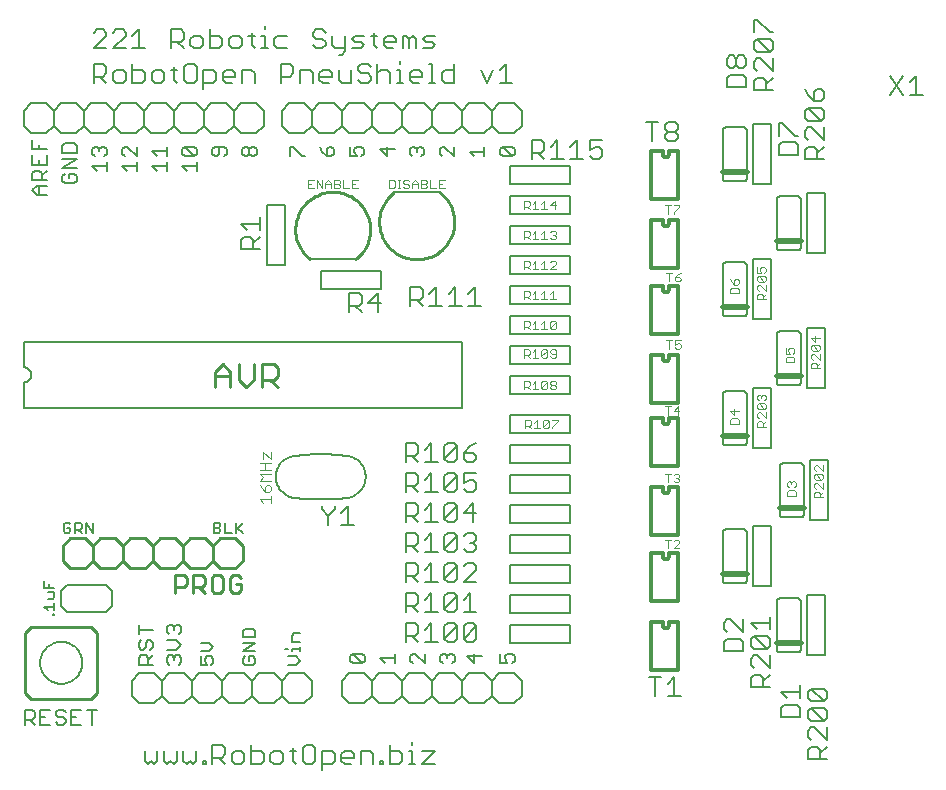
<source format=gto>
G75*
G70*
%OFA0B0*%
%FSLAX24Y24*%
%IPPOS*%
%LPD*%
%AMOC8*
5,1,8,0,0,1.08239X$1,22.5*
%
%ADD10C,0.0080*%
%ADD11C,0.0100*%
%ADD12C,0.0070*%
%ADD13C,0.0040*%
%ADD14C,0.0060*%
%ADD15C,0.0030*%
%ADD16C,0.0090*%
%ADD17C,0.0200*%
%ADD18C,0.0120*%
D10*
X004893Y004950D02*
X005143Y004700D01*
X005643Y004700D01*
X005893Y004950D01*
X006143Y004700D01*
X006643Y004700D01*
X006893Y004950D01*
X006893Y005450D01*
X006643Y005700D01*
X006143Y005700D01*
X005893Y005450D01*
X005893Y004950D01*
X005893Y005450D02*
X005643Y005700D01*
X005143Y005700D01*
X004893Y005450D01*
X004893Y004950D01*
X005120Y005985D02*
X005120Y006221D01*
X005199Y006299D01*
X005356Y006299D01*
X005434Y006221D01*
X005434Y005985D01*
X005434Y006142D02*
X005592Y006299D01*
X005513Y006492D02*
X005592Y006571D01*
X005592Y006728D01*
X005513Y006807D01*
X005434Y006807D01*
X005356Y006728D01*
X005356Y006571D01*
X005277Y006492D01*
X005199Y006492D01*
X005120Y006571D01*
X005120Y006728D01*
X005199Y006807D01*
X005120Y007000D02*
X005120Y007314D01*
X005120Y007157D02*
X005592Y007157D01*
X006070Y007078D02*
X006149Y007000D01*
X006070Y007078D02*
X006070Y007236D01*
X006149Y007314D01*
X006227Y007314D01*
X006306Y007236D01*
X006384Y007314D01*
X006463Y007314D01*
X006542Y007236D01*
X006542Y007078D01*
X006463Y007000D01*
X006384Y006807D02*
X006070Y006807D01*
X006384Y006807D02*
X006542Y006650D01*
X006384Y006492D01*
X006070Y006492D01*
X006149Y006299D02*
X006227Y006299D01*
X006306Y006221D01*
X006384Y006299D01*
X006463Y006299D01*
X006542Y006221D01*
X006542Y006063D01*
X006463Y005985D01*
X006306Y006142D02*
X006306Y006221D01*
X006149Y006299D02*
X006070Y006221D01*
X006070Y006063D01*
X006149Y005985D01*
X005592Y005985D02*
X005120Y005985D01*
X006306Y007157D02*
X006306Y007236D01*
X007186Y006725D02*
X007467Y006725D01*
X007607Y006585D01*
X007467Y006445D01*
X007186Y006445D01*
X007186Y006265D02*
X007186Y005985D01*
X007396Y005985D01*
X007326Y006125D01*
X007326Y006195D01*
X007396Y006265D01*
X007537Y006265D01*
X007607Y006195D01*
X007607Y006055D01*
X007537Y005985D01*
X007643Y005700D02*
X007143Y005700D01*
X006893Y005450D01*
X006893Y004950D02*
X007143Y004700D01*
X007643Y004700D01*
X007893Y004950D01*
X008143Y004700D01*
X008643Y004700D01*
X008893Y004950D01*
X009143Y004700D01*
X009643Y004700D01*
X009893Y004950D01*
X010143Y004700D01*
X010643Y004700D01*
X010893Y004950D01*
X010893Y005450D01*
X010643Y005700D01*
X010143Y005700D01*
X009893Y005450D01*
X009893Y004950D01*
X009893Y005450D02*
X009643Y005700D01*
X009143Y005700D01*
X008893Y005450D01*
X008893Y004950D01*
X008893Y005450D02*
X008643Y005700D01*
X008143Y005700D01*
X007893Y005450D01*
X007893Y004950D01*
X007893Y005450D02*
X007643Y005700D01*
X008586Y006055D02*
X008586Y006195D01*
X008656Y006265D01*
X008796Y006265D02*
X008796Y006125D01*
X008796Y006265D02*
X008937Y006265D01*
X009007Y006195D01*
X009007Y006055D01*
X008937Y005985D01*
X008656Y005985D01*
X008586Y006055D01*
X008586Y006445D02*
X009007Y006725D01*
X008586Y006725D01*
X008586Y006906D02*
X008586Y007116D01*
X008656Y007186D01*
X008937Y007186D01*
X009007Y007116D01*
X009007Y006906D01*
X008586Y006906D01*
X008586Y006445D02*
X009007Y006445D01*
X010016Y006515D02*
X010086Y006515D01*
X010226Y006515D02*
X010507Y006515D01*
X010507Y006445D02*
X010507Y006585D01*
X010507Y006752D02*
X010226Y006752D01*
X010226Y006962D01*
X010296Y007032D01*
X010507Y007032D01*
X010226Y006515D02*
X010226Y006445D01*
X010367Y006265D02*
X010086Y006265D01*
X010086Y005985D02*
X010367Y005985D01*
X010507Y006125D01*
X010367Y006265D01*
X011893Y005450D02*
X012143Y005700D01*
X012643Y005700D01*
X012893Y005450D01*
X013143Y005700D01*
X013643Y005700D01*
X013893Y005450D01*
X013893Y004950D01*
X013643Y004700D01*
X013143Y004700D01*
X012893Y004950D01*
X012643Y004700D01*
X012143Y004700D01*
X011893Y004950D01*
X011893Y005450D01*
X012260Y006040D02*
X012182Y006119D01*
X012182Y006276D01*
X012260Y006354D01*
X012575Y006040D01*
X012653Y006119D01*
X012653Y006276D01*
X012575Y006354D01*
X012260Y006354D01*
X012260Y006040D02*
X012575Y006040D01*
X013182Y006197D02*
X013339Y006040D01*
X013182Y006197D02*
X013653Y006197D01*
X013653Y006040D02*
X013653Y006354D01*
X014182Y006276D02*
X014182Y006119D01*
X014260Y006040D01*
X014182Y006276D02*
X014260Y006354D01*
X014339Y006354D01*
X014653Y006040D01*
X014653Y006354D01*
X015182Y006276D02*
X015182Y006119D01*
X015260Y006040D01*
X015418Y006197D02*
X015418Y006276D01*
X015496Y006354D01*
X015575Y006354D01*
X015653Y006276D01*
X015653Y006119D01*
X015575Y006040D01*
X015418Y006276D02*
X015339Y006354D01*
X015260Y006354D01*
X015182Y006276D01*
X015143Y005700D02*
X014893Y005450D01*
X014893Y004950D01*
X015143Y004700D01*
X015643Y004700D01*
X015893Y004950D01*
X016143Y004700D01*
X016643Y004700D01*
X016893Y004950D01*
X017143Y004700D01*
X017643Y004700D01*
X017893Y004950D01*
X017893Y005450D01*
X017643Y005700D01*
X017143Y005700D01*
X016893Y005450D01*
X016893Y004950D01*
X016893Y005450D02*
X016643Y005700D01*
X016143Y005700D01*
X015893Y005450D01*
X015893Y004950D01*
X015893Y005450D02*
X015643Y005700D01*
X015143Y005700D01*
X014893Y005450D02*
X014643Y005700D01*
X014143Y005700D01*
X013893Y005450D01*
X013893Y004950D02*
X014143Y004700D01*
X014643Y004700D01*
X014893Y004950D01*
X016082Y006276D02*
X016318Y006040D01*
X016318Y006354D01*
X016553Y006276D02*
X016082Y006276D01*
X017182Y006354D02*
X017182Y006040D01*
X017418Y006040D01*
X017339Y006197D01*
X017339Y006276D01*
X017418Y006354D01*
X017575Y006354D01*
X017653Y006276D01*
X017653Y006119D01*
X017575Y006040D01*
X017493Y006700D02*
X017493Y007300D01*
X019493Y007300D01*
X019493Y006700D01*
X017493Y006700D01*
X017493Y007700D02*
X017493Y008300D01*
X019493Y008300D01*
X019493Y007700D01*
X017493Y007700D01*
X017493Y008700D02*
X017493Y009300D01*
X019493Y009300D01*
X019493Y008700D01*
X017493Y008700D01*
X017493Y009700D02*
X017493Y010300D01*
X019493Y010300D01*
X019493Y009700D01*
X017493Y009700D01*
X017493Y010700D02*
X017493Y011300D01*
X019493Y011300D01*
X019493Y010700D01*
X017493Y010700D01*
X017493Y011700D02*
X017493Y012300D01*
X019493Y012300D01*
X019493Y011700D01*
X017493Y011700D01*
X017493Y012700D02*
X017493Y013300D01*
X019493Y013300D01*
X019493Y012700D01*
X017493Y012700D01*
X017493Y013700D02*
X017493Y014300D01*
X019493Y014300D01*
X019493Y013700D01*
X017493Y013700D01*
X015893Y014550D02*
X015893Y016750D01*
X001293Y016750D01*
X001293Y015900D01*
X001323Y015898D01*
X001353Y015893D01*
X001382Y015884D01*
X001409Y015871D01*
X001435Y015856D01*
X001459Y015837D01*
X001480Y015816D01*
X001499Y015792D01*
X001514Y015766D01*
X001527Y015739D01*
X001536Y015710D01*
X001541Y015680D01*
X001543Y015650D01*
X001541Y015620D01*
X001536Y015590D01*
X001527Y015561D01*
X001514Y015534D01*
X001499Y015508D01*
X001480Y015484D01*
X001459Y015463D01*
X001435Y015444D01*
X001409Y015429D01*
X001382Y015416D01*
X001353Y015407D01*
X001323Y015402D01*
X001293Y015400D01*
X001293Y014550D01*
X015893Y014550D01*
X017493Y015000D02*
X017493Y015600D01*
X019493Y015600D01*
X019493Y015000D01*
X017493Y015000D01*
X017493Y016000D02*
X017493Y016600D01*
X019493Y016600D01*
X019493Y016000D01*
X017493Y016000D01*
X017493Y017000D02*
X017493Y017600D01*
X019493Y017600D01*
X019493Y017000D01*
X017493Y017000D01*
X017493Y018000D02*
X017493Y018600D01*
X019493Y018600D01*
X019493Y018000D01*
X017493Y018000D01*
X017493Y019000D02*
X017493Y019600D01*
X019493Y019600D01*
X019493Y019000D01*
X017493Y019000D01*
X017493Y020000D02*
X017493Y020600D01*
X019493Y020600D01*
X019493Y020000D01*
X017493Y020000D01*
X017493Y021000D02*
X017493Y021600D01*
X019493Y021600D01*
X019493Y021000D01*
X017493Y021000D01*
X017493Y022000D02*
X017493Y022600D01*
X019493Y022600D01*
X019493Y022000D01*
X017493Y022000D01*
X017574Y022935D02*
X017259Y023249D01*
X017574Y023249D01*
X017652Y023171D01*
X017652Y023013D01*
X017574Y022935D01*
X017259Y022935D01*
X017181Y023013D01*
X017181Y023171D01*
X017259Y023249D01*
X017143Y023700D02*
X017643Y023700D01*
X017893Y023950D01*
X017893Y024450D01*
X017643Y024700D01*
X017143Y024700D01*
X016893Y024450D01*
X016893Y023950D01*
X017143Y023700D01*
X016893Y023950D02*
X016643Y023700D01*
X016143Y023700D01*
X015893Y023950D01*
X015643Y023700D01*
X015143Y023700D01*
X014893Y023950D01*
X014643Y023700D01*
X014143Y023700D01*
X013893Y023950D01*
X013643Y023700D01*
X013143Y023700D01*
X012893Y023950D01*
X012643Y023700D01*
X012143Y023700D01*
X011893Y023950D01*
X011643Y023700D01*
X011143Y023700D01*
X010893Y023950D01*
X010643Y023700D01*
X010143Y023700D01*
X009893Y023950D01*
X009893Y024450D01*
X010143Y024700D01*
X010643Y024700D01*
X010893Y024450D01*
X011143Y024700D01*
X011643Y024700D01*
X011893Y024450D01*
X011893Y023950D01*
X011893Y024450D02*
X012143Y024700D01*
X012643Y024700D01*
X012893Y024450D01*
X013143Y024700D01*
X013643Y024700D01*
X013893Y024450D01*
X014143Y024700D01*
X014643Y024700D01*
X014893Y024450D01*
X014893Y023950D01*
X014893Y024450D02*
X015143Y024700D01*
X015643Y024700D01*
X015893Y024450D01*
X016143Y024700D01*
X016643Y024700D01*
X016893Y024450D01*
X015893Y024450D02*
X015893Y023950D01*
X015627Y023249D02*
X015627Y022935D01*
X015313Y023249D01*
X015234Y023249D01*
X015156Y023171D01*
X015156Y023013D01*
X015234Y022935D01*
X014627Y023013D02*
X014549Y022935D01*
X014627Y023013D02*
X014627Y023171D01*
X014549Y023249D01*
X014470Y023249D01*
X014392Y023171D01*
X014392Y023092D01*
X014392Y023171D02*
X014313Y023249D01*
X014234Y023249D01*
X014156Y023171D01*
X014156Y023013D01*
X014234Y022935D01*
X013652Y023171D02*
X013181Y023171D01*
X013417Y022935D01*
X013417Y023249D01*
X012627Y023171D02*
X012627Y023013D01*
X012549Y022935D01*
X012392Y022935D02*
X012313Y023092D01*
X012313Y023171D01*
X012392Y023249D01*
X012549Y023249D01*
X012627Y023171D01*
X012392Y022935D02*
X012156Y022935D01*
X012156Y023249D01*
X011627Y023171D02*
X011549Y023249D01*
X011470Y023249D01*
X011392Y023171D01*
X011392Y022935D01*
X011549Y022935D01*
X011627Y023013D01*
X011627Y023171D01*
X011392Y022935D02*
X011234Y023092D01*
X011156Y023249D01*
X010652Y022935D02*
X010574Y022935D01*
X010259Y023249D01*
X010181Y023249D01*
X010181Y022935D01*
X009053Y023019D02*
X008975Y022940D01*
X008896Y022940D01*
X008818Y023019D01*
X008818Y023176D01*
X008896Y023254D01*
X008975Y023254D01*
X009053Y023176D01*
X009053Y023019D01*
X008818Y023019D02*
X008739Y022940D01*
X008660Y022940D01*
X008582Y023019D01*
X008582Y023176D01*
X008660Y023254D01*
X008739Y023254D01*
X008818Y023176D01*
X009043Y023700D02*
X008543Y023700D01*
X008293Y023950D01*
X008043Y023700D01*
X007543Y023700D01*
X007293Y023950D01*
X007043Y023700D01*
X006543Y023700D01*
X006293Y023950D01*
X006043Y023700D01*
X005543Y023700D01*
X005293Y023950D01*
X005043Y023700D01*
X004543Y023700D01*
X004293Y023950D01*
X004043Y023700D01*
X003543Y023700D01*
X003293Y023950D01*
X003043Y023700D01*
X002543Y023700D01*
X002293Y023950D01*
X002043Y023700D01*
X001543Y023700D01*
X001293Y023950D01*
X001293Y024450D01*
X001543Y024700D01*
X002043Y024700D01*
X002293Y024450D01*
X002543Y024700D01*
X003043Y024700D01*
X003293Y024450D01*
X003293Y023950D01*
X003293Y024450D02*
X003543Y024700D01*
X004043Y024700D01*
X004293Y024450D01*
X004543Y024700D01*
X005043Y024700D01*
X005293Y024450D01*
X005543Y024700D01*
X006043Y024700D01*
X006293Y024450D01*
X006293Y023950D01*
X006293Y024450D02*
X006543Y024700D01*
X007043Y024700D01*
X007293Y024450D01*
X007543Y024700D01*
X008043Y024700D01*
X008293Y024450D01*
X008543Y024700D01*
X009043Y024700D01*
X009293Y024450D01*
X009293Y023950D01*
X009043Y023700D01*
X008293Y023950D02*
X008293Y024450D01*
X007293Y024450D02*
X007293Y023950D01*
X006975Y023262D02*
X006660Y023262D01*
X006975Y022948D01*
X007053Y023026D01*
X007053Y023183D01*
X006975Y023262D01*
X006975Y022948D02*
X006660Y022948D01*
X006582Y023026D01*
X006582Y023183D01*
X006660Y023262D01*
X006053Y023262D02*
X006053Y022948D01*
X006053Y023105D02*
X005582Y023105D01*
X005739Y022948D01*
X006053Y022754D02*
X006053Y022440D01*
X006053Y022597D02*
X005582Y022597D01*
X005739Y022440D01*
X005053Y022440D02*
X005053Y022754D01*
X005053Y022597D02*
X004582Y022597D01*
X004739Y022440D01*
X004660Y022948D02*
X004582Y023026D01*
X004582Y023183D01*
X004660Y023262D01*
X004739Y023262D01*
X005053Y022948D01*
X005053Y023262D01*
X005293Y023950D02*
X005293Y024450D01*
X004293Y024450D02*
X004293Y023950D01*
X003975Y023262D02*
X004053Y023183D01*
X004053Y023026D01*
X003975Y022948D01*
X004053Y022754D02*
X004053Y022440D01*
X004053Y022597D02*
X003582Y022597D01*
X003739Y022440D01*
X003660Y022948D02*
X003582Y023026D01*
X003582Y023183D01*
X003660Y023262D01*
X003739Y023262D01*
X003818Y023183D01*
X003896Y023262D01*
X003975Y023262D01*
X003818Y023183D02*
X003818Y023105D01*
X003053Y023055D02*
X003053Y023291D01*
X002975Y023369D01*
X002660Y023369D01*
X002582Y023291D01*
X002582Y023055D01*
X003053Y023055D01*
X003053Y022862D02*
X002582Y022862D01*
X002582Y022548D02*
X003053Y022862D01*
X003053Y022548D02*
X002582Y022548D01*
X002660Y022354D02*
X002582Y022276D01*
X002582Y022119D01*
X002660Y022040D01*
X002975Y022040D01*
X003053Y022119D01*
X003053Y022276D01*
X002975Y022354D01*
X002818Y022354D01*
X002818Y022197D01*
X002053Y022148D02*
X001582Y022148D01*
X001582Y022383D01*
X001660Y022462D01*
X001818Y022462D01*
X001896Y022383D01*
X001896Y022148D01*
X001896Y022305D02*
X002053Y022462D01*
X002053Y022655D02*
X001582Y022655D01*
X001582Y022969D01*
X001582Y023163D02*
X001582Y023477D01*
X001818Y023320D02*
X001818Y023163D01*
X002053Y023163D02*
X001582Y023163D01*
X001818Y022812D02*
X001818Y022655D01*
X002053Y022655D02*
X002053Y022969D01*
X002293Y023950D02*
X002293Y024450D01*
X002053Y021954D02*
X001739Y021954D01*
X001582Y021797D01*
X001739Y021640D01*
X002053Y021640D01*
X001818Y021640D02*
X001818Y021954D01*
X006582Y022597D02*
X007053Y022597D01*
X007053Y022440D02*
X007053Y022754D01*
X006739Y022440D02*
X006582Y022597D01*
X007582Y023019D02*
X007660Y022940D01*
X007739Y022940D01*
X007818Y023019D01*
X007818Y023254D01*
X007975Y023254D02*
X007660Y023254D01*
X007582Y023176D01*
X007582Y023019D01*
X007975Y022940D02*
X008053Y023019D01*
X008053Y023176D01*
X007975Y023254D01*
X009393Y021300D02*
X009993Y021300D01*
X009993Y019300D01*
X009393Y019300D01*
X009393Y021300D01*
X010843Y019500D02*
X012343Y019500D01*
X013193Y019100D02*
X011193Y019100D01*
X011193Y018500D01*
X013193Y018500D01*
X013193Y019100D01*
X012093Y011550D02*
X011734Y011518D01*
X011373Y011502D01*
X011013Y011502D01*
X010652Y011518D01*
X010293Y011550D01*
X010294Y011550D02*
X010242Y011560D01*
X010191Y011574D01*
X010141Y011592D01*
X010093Y011613D01*
X010046Y011638D01*
X010002Y011666D01*
X009959Y011698D01*
X009919Y011732D01*
X009882Y011770D01*
X009848Y011810D01*
X009816Y011852D01*
X009788Y011897D01*
X009764Y011944D01*
X009743Y011992D01*
X009725Y012042D01*
X009712Y012093D01*
X009702Y012145D01*
X009696Y012197D01*
X009694Y012250D01*
X009696Y012303D01*
X009702Y012355D01*
X009712Y012407D01*
X009725Y012458D01*
X009743Y012508D01*
X009764Y012556D01*
X009788Y012603D01*
X009816Y012648D01*
X009848Y012690D01*
X009882Y012730D01*
X009919Y012768D01*
X009959Y012802D01*
X010002Y012834D01*
X010046Y012862D01*
X010093Y012887D01*
X010141Y012908D01*
X010191Y012926D01*
X010242Y012940D01*
X010294Y012950D01*
X012093Y012950D02*
X012145Y012940D01*
X012196Y012926D01*
X012246Y012908D01*
X012294Y012887D01*
X012341Y012862D01*
X012385Y012834D01*
X012428Y012802D01*
X012468Y012768D01*
X012505Y012730D01*
X012539Y012690D01*
X012571Y012648D01*
X012599Y012603D01*
X012623Y012556D01*
X012644Y012508D01*
X012662Y012458D01*
X012675Y012407D01*
X012685Y012355D01*
X012691Y012303D01*
X012693Y012250D01*
X012691Y012197D01*
X012685Y012145D01*
X012675Y012093D01*
X012662Y012042D01*
X012644Y011992D01*
X012623Y011944D01*
X012599Y011897D01*
X012571Y011852D01*
X012539Y011810D01*
X012505Y011770D01*
X012468Y011732D01*
X012428Y011698D01*
X012385Y011666D01*
X012341Y011638D01*
X012294Y011613D01*
X012246Y011592D01*
X012196Y011574D01*
X012145Y011560D01*
X012093Y011550D01*
X012893Y005450D02*
X012893Y004950D01*
X012093Y012950D02*
X011734Y012982D01*
X011373Y012998D01*
X011013Y012998D01*
X010652Y012982D01*
X010293Y012950D01*
X004243Y008450D02*
X004243Y007950D01*
X004043Y007750D01*
X002743Y007750D01*
X002543Y007950D01*
X002543Y008450D01*
X002743Y008650D01*
X004043Y008650D01*
X004243Y008450D01*
X001843Y006050D02*
X001845Y006102D01*
X001851Y006154D01*
X001861Y006206D01*
X001874Y006256D01*
X001891Y006306D01*
X001912Y006354D01*
X001937Y006400D01*
X001965Y006444D01*
X001996Y006486D01*
X002030Y006526D01*
X002067Y006563D01*
X002107Y006597D01*
X002149Y006628D01*
X002193Y006656D01*
X002239Y006681D01*
X002287Y006702D01*
X002337Y006719D01*
X002387Y006732D01*
X002439Y006742D01*
X002491Y006748D01*
X002543Y006750D01*
X002595Y006748D01*
X002647Y006742D01*
X002699Y006732D01*
X002749Y006719D01*
X002799Y006702D01*
X002847Y006681D01*
X002893Y006656D01*
X002937Y006628D01*
X002979Y006597D01*
X003019Y006563D01*
X003056Y006526D01*
X003090Y006486D01*
X003121Y006444D01*
X003149Y006400D01*
X003174Y006354D01*
X003195Y006306D01*
X003212Y006256D01*
X003225Y006206D01*
X003235Y006154D01*
X003241Y006102D01*
X003243Y006050D01*
X003241Y005998D01*
X003235Y005946D01*
X003225Y005894D01*
X003212Y005844D01*
X003195Y005794D01*
X003174Y005746D01*
X003149Y005700D01*
X003121Y005656D01*
X003090Y005614D01*
X003056Y005574D01*
X003019Y005537D01*
X002979Y005503D01*
X002937Y005472D01*
X002893Y005444D01*
X002847Y005419D01*
X002799Y005398D01*
X002749Y005381D01*
X002699Y005368D01*
X002647Y005358D01*
X002595Y005352D01*
X002543Y005350D01*
X002491Y005352D01*
X002439Y005358D01*
X002387Y005368D01*
X002337Y005381D01*
X002287Y005398D01*
X002239Y005419D01*
X002193Y005444D01*
X002149Y005472D01*
X002107Y005503D01*
X002067Y005537D01*
X002030Y005574D01*
X001996Y005614D01*
X001965Y005656D01*
X001937Y005700D01*
X001912Y005746D01*
X001891Y005794D01*
X001874Y005844D01*
X001861Y005894D01*
X001851Y005946D01*
X001845Y005998D01*
X001843Y006050D01*
X013643Y021750D02*
X015143Y021750D01*
X016313Y022935D02*
X016156Y023092D01*
X016627Y023092D01*
X016627Y022935D02*
X016627Y023249D01*
X013893Y023950D02*
X013893Y024450D01*
X012893Y024450D02*
X012893Y023950D01*
X010893Y023950D02*
X010893Y024450D01*
X024593Y023800D02*
X024593Y022200D01*
X024595Y022183D01*
X024599Y022166D01*
X024606Y022150D01*
X024616Y022136D01*
X024629Y022123D01*
X024643Y022113D01*
X024659Y022106D01*
X024676Y022102D01*
X024693Y022100D01*
X025293Y022100D01*
X025310Y022102D01*
X025327Y022106D01*
X025343Y022113D01*
X025357Y022123D01*
X025370Y022136D01*
X025380Y022150D01*
X025387Y022166D01*
X025391Y022183D01*
X025393Y022200D01*
X025393Y023800D01*
X025391Y023817D01*
X025387Y023834D01*
X025380Y023850D01*
X025370Y023864D01*
X025357Y023877D01*
X025343Y023887D01*
X025327Y023894D01*
X025310Y023898D01*
X025293Y023900D01*
X024693Y023900D01*
X024676Y023898D01*
X024659Y023894D01*
X024643Y023887D01*
X024629Y023877D01*
X024616Y023864D01*
X024606Y023850D01*
X024599Y023834D01*
X024595Y023817D01*
X024593Y023800D01*
X025593Y024000D02*
X026193Y024000D01*
X026193Y022000D01*
X025593Y022000D01*
X025593Y024000D01*
X026493Y021600D02*
X027093Y021600D01*
X027110Y021598D01*
X027127Y021594D01*
X027143Y021587D01*
X027157Y021577D01*
X027170Y021564D01*
X027180Y021550D01*
X027187Y021534D01*
X027191Y021517D01*
X027193Y021500D01*
X027193Y019900D01*
X027191Y019883D01*
X027187Y019866D01*
X027180Y019850D01*
X027170Y019836D01*
X027157Y019823D01*
X027143Y019813D01*
X027127Y019806D01*
X027110Y019802D01*
X027093Y019800D01*
X026493Y019800D01*
X026476Y019802D01*
X026459Y019806D01*
X026443Y019813D01*
X026429Y019823D01*
X026416Y019836D01*
X026406Y019850D01*
X026399Y019866D01*
X026395Y019883D01*
X026393Y019900D01*
X026393Y021500D01*
X026395Y021517D01*
X026399Y021534D01*
X026406Y021550D01*
X026416Y021564D01*
X026429Y021577D01*
X026443Y021587D01*
X026459Y021594D01*
X026476Y021598D01*
X026493Y021600D01*
X027393Y021700D02*
X027993Y021700D01*
X027993Y019700D01*
X027393Y019700D01*
X027393Y021700D01*
X026193Y019500D02*
X025593Y019500D01*
X025593Y017500D01*
X026193Y017500D01*
X026193Y019500D01*
X025393Y019300D02*
X025393Y017700D01*
X025391Y017683D01*
X025387Y017666D01*
X025380Y017650D01*
X025370Y017636D01*
X025357Y017623D01*
X025343Y017613D01*
X025327Y017606D01*
X025310Y017602D01*
X025293Y017600D01*
X024693Y017600D01*
X024676Y017602D01*
X024659Y017606D01*
X024643Y017613D01*
X024629Y017623D01*
X024616Y017636D01*
X024606Y017650D01*
X024599Y017666D01*
X024595Y017683D01*
X024593Y017700D01*
X024593Y019300D01*
X024595Y019317D01*
X024599Y019334D01*
X024606Y019350D01*
X024616Y019364D01*
X024629Y019377D01*
X024643Y019387D01*
X024659Y019394D01*
X024676Y019398D01*
X024693Y019400D01*
X025293Y019400D01*
X025310Y019398D01*
X025327Y019394D01*
X025343Y019387D01*
X025357Y019377D01*
X025370Y019364D01*
X025380Y019350D01*
X025387Y019334D01*
X025391Y019317D01*
X025393Y019300D01*
X026493Y017100D02*
X027093Y017100D01*
X027110Y017098D01*
X027127Y017094D01*
X027143Y017087D01*
X027157Y017077D01*
X027170Y017064D01*
X027180Y017050D01*
X027187Y017034D01*
X027191Y017017D01*
X027193Y017000D01*
X027193Y015400D01*
X027191Y015383D01*
X027187Y015366D01*
X027180Y015350D01*
X027170Y015336D01*
X027157Y015323D01*
X027143Y015313D01*
X027127Y015306D01*
X027110Y015302D01*
X027093Y015300D01*
X026493Y015300D01*
X026476Y015302D01*
X026459Y015306D01*
X026443Y015313D01*
X026429Y015323D01*
X026416Y015336D01*
X026406Y015350D01*
X026399Y015366D01*
X026395Y015383D01*
X026393Y015400D01*
X026393Y017000D01*
X026395Y017017D01*
X026399Y017034D01*
X026406Y017050D01*
X026416Y017064D01*
X026429Y017077D01*
X026443Y017087D01*
X026459Y017094D01*
X026476Y017098D01*
X026493Y017100D01*
X027393Y017200D02*
X027993Y017200D01*
X027993Y015200D01*
X027393Y015200D01*
X027393Y017200D01*
X026193Y015200D02*
X025593Y015200D01*
X025593Y013200D01*
X026193Y013200D01*
X026193Y015200D01*
X025393Y015000D02*
X025393Y013400D01*
X025391Y013383D01*
X025387Y013366D01*
X025380Y013350D01*
X025370Y013336D01*
X025357Y013323D01*
X025343Y013313D01*
X025327Y013306D01*
X025310Y013302D01*
X025293Y013300D01*
X024693Y013300D01*
X024676Y013302D01*
X024659Y013306D01*
X024643Y013313D01*
X024629Y013323D01*
X024616Y013336D01*
X024606Y013350D01*
X024599Y013366D01*
X024595Y013383D01*
X024593Y013400D01*
X024593Y015000D01*
X024595Y015017D01*
X024599Y015034D01*
X024606Y015050D01*
X024616Y015064D01*
X024629Y015077D01*
X024643Y015087D01*
X024659Y015094D01*
X024676Y015098D01*
X024693Y015100D01*
X025293Y015100D01*
X025310Y015098D01*
X025327Y015094D01*
X025343Y015087D01*
X025357Y015077D01*
X025370Y015064D01*
X025380Y015050D01*
X025387Y015034D01*
X025391Y015017D01*
X025393Y015000D01*
X026593Y012700D02*
X027193Y012700D01*
X027210Y012698D01*
X027227Y012694D01*
X027243Y012687D01*
X027257Y012677D01*
X027270Y012664D01*
X027280Y012650D01*
X027287Y012634D01*
X027291Y012617D01*
X027293Y012600D01*
X027293Y011000D01*
X027291Y010983D01*
X027287Y010966D01*
X027280Y010950D01*
X027270Y010936D01*
X027257Y010923D01*
X027243Y010913D01*
X027227Y010906D01*
X027210Y010902D01*
X027193Y010900D01*
X026593Y010900D01*
X026576Y010902D01*
X026559Y010906D01*
X026543Y010913D01*
X026529Y010923D01*
X026516Y010936D01*
X026506Y010950D01*
X026499Y010966D01*
X026495Y010983D01*
X026493Y011000D01*
X026493Y012600D01*
X026495Y012617D01*
X026499Y012634D01*
X026506Y012650D01*
X026516Y012664D01*
X026529Y012677D01*
X026543Y012687D01*
X026559Y012694D01*
X026576Y012698D01*
X026593Y012700D01*
X027493Y012800D02*
X028093Y012800D01*
X028093Y010800D01*
X027493Y010800D01*
X027493Y012800D01*
X026193Y010600D02*
X025593Y010600D01*
X025593Y008600D01*
X026193Y008600D01*
X026193Y010600D01*
X025393Y010400D02*
X025393Y008800D01*
X025391Y008783D01*
X025387Y008766D01*
X025380Y008750D01*
X025370Y008736D01*
X025357Y008723D01*
X025343Y008713D01*
X025327Y008706D01*
X025310Y008702D01*
X025293Y008700D01*
X024693Y008700D01*
X024676Y008702D01*
X024659Y008706D01*
X024643Y008713D01*
X024629Y008723D01*
X024616Y008736D01*
X024606Y008750D01*
X024599Y008766D01*
X024595Y008783D01*
X024593Y008800D01*
X024593Y010400D01*
X024595Y010417D01*
X024599Y010434D01*
X024606Y010450D01*
X024616Y010464D01*
X024629Y010477D01*
X024643Y010487D01*
X024659Y010494D01*
X024676Y010498D01*
X024693Y010500D01*
X025293Y010500D01*
X025310Y010498D01*
X025327Y010494D01*
X025343Y010487D01*
X025357Y010477D01*
X025370Y010464D01*
X025380Y010450D01*
X025387Y010434D01*
X025391Y010417D01*
X025393Y010400D01*
X027393Y008300D02*
X027993Y008300D01*
X027993Y006300D01*
X027393Y006300D01*
X027393Y008300D01*
X027193Y008100D02*
X027193Y006500D01*
X027191Y006483D01*
X027187Y006466D01*
X027180Y006450D01*
X027170Y006436D01*
X027157Y006423D01*
X027143Y006413D01*
X027127Y006406D01*
X027110Y006402D01*
X027093Y006400D01*
X026493Y006400D01*
X026476Y006402D01*
X026459Y006406D01*
X026443Y006413D01*
X026429Y006423D01*
X026416Y006436D01*
X026406Y006450D01*
X026399Y006466D01*
X026395Y006483D01*
X026393Y006500D01*
X026393Y008100D01*
X026395Y008117D01*
X026399Y008134D01*
X026406Y008150D01*
X026416Y008164D01*
X026429Y008177D01*
X026443Y008187D01*
X026459Y008194D01*
X026476Y008198D01*
X026493Y008200D01*
X027093Y008200D01*
X027110Y008198D01*
X027127Y008194D01*
X027143Y008187D01*
X027157Y008177D01*
X027170Y008164D01*
X027180Y008150D01*
X027187Y008134D01*
X027191Y008117D01*
X027193Y008100D01*
D11*
X015143Y021750D02*
X015197Y021707D01*
X015249Y021661D01*
X015298Y021612D01*
X015345Y021560D01*
X015388Y021506D01*
X015429Y021450D01*
X015466Y021391D01*
X015500Y021331D01*
X015530Y021268D01*
X015557Y021205D01*
X015581Y021139D01*
X015601Y021073D01*
X015617Y021005D01*
X015629Y020937D01*
X015637Y020868D01*
X015642Y020799D01*
X015643Y020729D01*
X015640Y020660D01*
X015633Y020591D01*
X015622Y020523D01*
X015608Y020455D01*
X015589Y020388D01*
X015567Y020322D01*
X015542Y020257D01*
X015513Y020194D01*
X015480Y020133D01*
X015444Y020074D01*
X015405Y020017D01*
X015363Y019961D01*
X015318Y019909D01*
X015270Y019859D01*
X015219Y019812D01*
X015165Y019767D01*
X015110Y019726D01*
X015052Y019688D01*
X014992Y019653D01*
X014930Y019621D01*
X014867Y019593D01*
X014802Y019569D01*
X014736Y019548D01*
X014668Y019531D01*
X014600Y019517D01*
X014531Y019508D01*
X014462Y019502D01*
X014393Y019500D01*
X014324Y019502D01*
X014255Y019508D01*
X014186Y019517D01*
X014118Y019531D01*
X014050Y019548D01*
X013984Y019569D01*
X013919Y019593D01*
X013856Y019621D01*
X013794Y019653D01*
X013734Y019688D01*
X013676Y019726D01*
X013621Y019767D01*
X013567Y019812D01*
X013516Y019859D01*
X013468Y019909D01*
X013423Y019961D01*
X013381Y020017D01*
X013342Y020074D01*
X013306Y020133D01*
X013273Y020194D01*
X013244Y020257D01*
X013219Y020322D01*
X013197Y020388D01*
X013178Y020455D01*
X013164Y020523D01*
X013153Y020591D01*
X013146Y020660D01*
X013143Y020729D01*
X013144Y020799D01*
X013149Y020868D01*
X013157Y020937D01*
X013169Y021005D01*
X013185Y021073D01*
X013205Y021139D01*
X013229Y021205D01*
X013256Y021268D01*
X013286Y021331D01*
X013320Y021391D01*
X013357Y021450D01*
X013398Y021506D01*
X013441Y021560D01*
X013488Y021612D01*
X013537Y021661D01*
X013589Y021707D01*
X013643Y021750D01*
X012343Y019500D02*
X012397Y019543D01*
X012449Y019589D01*
X012498Y019638D01*
X012545Y019690D01*
X012588Y019744D01*
X012629Y019800D01*
X012666Y019859D01*
X012700Y019919D01*
X012730Y019982D01*
X012757Y020045D01*
X012781Y020111D01*
X012801Y020177D01*
X012817Y020245D01*
X012829Y020313D01*
X012837Y020382D01*
X012842Y020451D01*
X012843Y020521D01*
X012840Y020590D01*
X012833Y020659D01*
X012822Y020727D01*
X012808Y020795D01*
X012789Y020862D01*
X012767Y020928D01*
X012742Y020993D01*
X012713Y021056D01*
X012680Y021117D01*
X012644Y021176D01*
X012605Y021233D01*
X012563Y021289D01*
X012518Y021341D01*
X012470Y021391D01*
X012419Y021438D01*
X012365Y021483D01*
X012310Y021524D01*
X012252Y021562D01*
X012192Y021597D01*
X012130Y021629D01*
X012067Y021657D01*
X012002Y021681D01*
X011936Y021702D01*
X011868Y021719D01*
X011800Y021733D01*
X011731Y021742D01*
X011662Y021748D01*
X011593Y021750D01*
X011524Y021748D01*
X011455Y021742D01*
X011386Y021733D01*
X011318Y021719D01*
X011250Y021702D01*
X011184Y021681D01*
X011119Y021657D01*
X011056Y021629D01*
X010994Y021597D01*
X010934Y021562D01*
X010876Y021524D01*
X010821Y021483D01*
X010767Y021438D01*
X010716Y021391D01*
X010668Y021341D01*
X010623Y021289D01*
X010581Y021233D01*
X010542Y021176D01*
X010506Y021117D01*
X010473Y021056D01*
X010444Y020993D01*
X010419Y020928D01*
X010397Y020862D01*
X010378Y020795D01*
X010364Y020727D01*
X010353Y020659D01*
X010346Y020590D01*
X010343Y020521D01*
X010344Y020451D01*
X010349Y020382D01*
X010357Y020313D01*
X010369Y020245D01*
X010385Y020177D01*
X010405Y020111D01*
X010429Y020045D01*
X010456Y019982D01*
X010486Y019919D01*
X010520Y019859D01*
X010557Y019800D01*
X010598Y019744D01*
X010641Y019690D01*
X010688Y019638D01*
X010737Y019589D01*
X010789Y019543D01*
X010843Y019500D01*
X009632Y016001D02*
X009251Y016001D01*
X009251Y015240D01*
X009251Y015494D02*
X009632Y015494D01*
X009759Y015620D01*
X009759Y015874D01*
X009632Y016001D01*
X008967Y016001D02*
X008967Y015494D01*
X008713Y015240D01*
X008460Y015494D01*
X008460Y016001D01*
X008175Y015747D02*
X008175Y015240D01*
X007668Y015240D02*
X007668Y015747D01*
X007921Y016001D01*
X008175Y015747D01*
X008175Y015620D02*
X007668Y015620D01*
X009505Y015494D02*
X009759Y015240D01*
X008343Y010200D02*
X007843Y010200D01*
X007593Y009950D01*
X007593Y009450D01*
X007843Y009200D01*
X008343Y009200D01*
X008593Y009450D01*
X008593Y009950D01*
X008343Y010200D01*
X007593Y009950D02*
X007343Y010200D01*
X006843Y010200D01*
X006593Y009950D01*
X006593Y009450D01*
X006843Y009200D01*
X007343Y009200D01*
X007593Y009450D01*
X006593Y009450D02*
X006343Y009200D01*
X005843Y009200D01*
X005593Y009450D01*
X005343Y009200D01*
X004843Y009200D01*
X004593Y009450D01*
X004343Y009200D01*
X003843Y009200D01*
X003593Y009450D01*
X003593Y009950D01*
X003843Y010200D01*
X004343Y010200D01*
X004593Y009950D01*
X004843Y010200D01*
X005343Y010200D01*
X005593Y009950D01*
X005843Y010200D01*
X006343Y010200D01*
X006593Y009950D01*
X005593Y009950D02*
X005593Y009450D01*
X004593Y009450D02*
X004593Y009950D01*
X003593Y009950D02*
X003343Y010200D01*
X002843Y010200D01*
X002593Y009950D01*
X002593Y009450D01*
X002843Y009200D01*
X003343Y009200D01*
X003593Y009450D01*
X003543Y007250D02*
X001543Y007250D01*
X001343Y007050D01*
X001343Y005050D01*
X001543Y004850D01*
X003543Y004850D01*
X003743Y005050D01*
X003743Y007050D01*
X003543Y007250D01*
D12*
X007584Y003316D02*
X007900Y003316D01*
X008005Y003210D01*
X008005Y003000D01*
X007900Y002895D01*
X007584Y002895D01*
X007584Y002685D02*
X007584Y003316D01*
X007038Y003105D02*
X007038Y002790D01*
X006933Y002685D01*
X006828Y002790D01*
X006723Y002685D01*
X006617Y002790D01*
X006617Y003105D01*
X006393Y003105D02*
X006393Y002790D01*
X006288Y002685D01*
X006183Y002790D01*
X006078Y002685D01*
X005973Y002790D01*
X005973Y003105D01*
X005749Y003105D02*
X005749Y002790D01*
X005644Y002685D01*
X005539Y002790D01*
X005433Y002685D01*
X005328Y002790D01*
X005328Y003105D01*
X007262Y002790D02*
X007367Y002790D01*
X007367Y002685D01*
X007262Y002685D01*
X007262Y002790D01*
X007794Y002895D02*
X008005Y002685D01*
X008229Y002790D02*
X008334Y002685D01*
X008544Y002685D01*
X008649Y002790D01*
X008649Y003000D01*
X008544Y003105D01*
X008334Y003105D01*
X008229Y003000D01*
X008229Y002790D01*
X008873Y002685D02*
X008873Y003316D01*
X008873Y003105D02*
X009189Y003105D01*
X009294Y003000D01*
X009294Y002790D01*
X009189Y002685D01*
X008873Y002685D01*
X009518Y002790D02*
X009623Y002685D01*
X009833Y002685D01*
X009938Y002790D01*
X009938Y003000D01*
X009833Y003105D01*
X009623Y003105D01*
X009518Y003000D01*
X009518Y002790D01*
X010162Y003105D02*
X010373Y003105D01*
X010268Y003210D02*
X010268Y002790D01*
X010373Y002685D01*
X010592Y002790D02*
X010697Y002685D01*
X010907Y002685D01*
X011013Y002790D01*
X011013Y003210D01*
X010907Y003316D01*
X010697Y003316D01*
X010592Y003210D01*
X010592Y002790D01*
X011237Y002685D02*
X011552Y002685D01*
X011657Y002790D01*
X011657Y003000D01*
X011552Y003105D01*
X011237Y003105D01*
X011237Y002475D01*
X011881Y002790D02*
X011881Y003000D01*
X011986Y003105D01*
X012197Y003105D01*
X012302Y003000D01*
X012302Y002895D01*
X011881Y002895D01*
X011881Y002790D02*
X011986Y002685D01*
X012197Y002685D01*
X012526Y002685D02*
X012526Y003105D01*
X012841Y003105D01*
X012946Y003000D01*
X012946Y002685D01*
X013170Y002685D02*
X013275Y002685D01*
X013275Y002790D01*
X013170Y002790D01*
X013170Y002685D01*
X013493Y002685D02*
X013808Y002685D01*
X013913Y002790D01*
X013913Y003000D01*
X013808Y003105D01*
X013493Y003105D01*
X013493Y003316D02*
X013493Y002685D01*
X014137Y002685D02*
X014347Y002685D01*
X014242Y002685D02*
X014242Y003105D01*
X014137Y003105D01*
X014242Y003316D02*
X014242Y003421D01*
X014567Y003105D02*
X014987Y003105D01*
X014567Y002685D01*
X014987Y002685D01*
X007281Y025175D02*
X007281Y025805D01*
X007596Y025805D01*
X007701Y025700D01*
X007701Y025490D01*
X007596Y025385D01*
X007281Y025385D01*
X007057Y025490D02*
X007057Y025910D01*
X006952Y026016D01*
X006741Y026016D01*
X006636Y025910D01*
X006636Y025490D01*
X006741Y025385D01*
X006952Y025385D01*
X007057Y025490D01*
X006417Y025385D02*
X006312Y025490D01*
X006312Y025910D01*
X006207Y025805D02*
X006417Y025805D01*
X005982Y025700D02*
X005982Y025490D01*
X005877Y025385D01*
X005667Y025385D01*
X005562Y025490D01*
X005562Y025700D01*
X005667Y025805D01*
X005877Y025805D01*
X005982Y025700D01*
X005338Y025700D02*
X005338Y025490D01*
X005233Y025385D01*
X004917Y025385D01*
X004917Y026016D01*
X004917Y025805D02*
X005233Y025805D01*
X005338Y025700D01*
X004693Y025700D02*
X004693Y025490D01*
X004588Y025385D01*
X004378Y025385D01*
X004273Y025490D01*
X004273Y025700D01*
X004378Y025805D01*
X004588Y025805D01*
X004693Y025700D01*
X004049Y025700D02*
X003944Y025595D01*
X003628Y025595D01*
X003628Y025385D02*
X003628Y026016D01*
X003944Y026016D01*
X004049Y025910D01*
X004049Y025700D01*
X003839Y025595D02*
X004049Y025385D01*
X004049Y026535D02*
X003628Y026535D01*
X004049Y026955D01*
X004049Y027060D01*
X003944Y027166D01*
X003733Y027166D01*
X003628Y027060D01*
X004273Y027060D02*
X004378Y027166D01*
X004588Y027166D01*
X004693Y027060D01*
X004693Y026955D01*
X004273Y026535D01*
X004693Y026535D01*
X004917Y026535D02*
X005338Y026535D01*
X005128Y026535D02*
X005128Y027166D01*
X004917Y026955D01*
X006207Y026745D02*
X006522Y026745D01*
X006627Y026850D01*
X006627Y027060D01*
X006522Y027166D01*
X006207Y027166D01*
X006207Y026535D01*
X006417Y026745D02*
X006627Y026535D01*
X006851Y026640D02*
X006956Y026535D01*
X007166Y026535D01*
X007271Y026640D01*
X007271Y026850D01*
X007166Y026955D01*
X006956Y026955D01*
X006851Y026850D01*
X006851Y026640D01*
X007496Y026535D02*
X007496Y027166D01*
X007496Y026955D02*
X007811Y026955D01*
X007916Y026850D01*
X007916Y026640D01*
X007811Y026535D01*
X007496Y026535D01*
X008140Y026640D02*
X008245Y026535D01*
X008455Y026535D01*
X008561Y026640D01*
X008561Y026850D01*
X008455Y026955D01*
X008245Y026955D01*
X008140Y026850D01*
X008140Y026640D01*
X008785Y026955D02*
X008995Y026955D01*
X008890Y027060D02*
X008890Y026640D01*
X008995Y026535D01*
X009214Y026535D02*
X009425Y026535D01*
X009320Y026535D02*
X009320Y026955D01*
X009214Y026955D01*
X009320Y027166D02*
X009320Y027271D01*
X009644Y026850D02*
X009644Y026640D01*
X009749Y026535D01*
X010064Y026535D01*
X010064Y026955D02*
X009749Y026955D01*
X009644Y026850D01*
X009859Y026016D02*
X010174Y026016D01*
X010279Y025910D01*
X010279Y025700D01*
X010174Y025595D01*
X009859Y025595D01*
X009859Y025385D02*
X009859Y026016D01*
X010504Y025805D02*
X010504Y025385D01*
X010924Y025385D02*
X010924Y025700D01*
X010819Y025805D01*
X010504Y025805D01*
X011148Y025700D02*
X011148Y025490D01*
X011253Y025385D01*
X011463Y025385D01*
X011568Y025595D02*
X011148Y025595D01*
X011148Y025700D02*
X011253Y025805D01*
X011463Y025805D01*
X011568Y025700D01*
X011568Y025595D01*
X011793Y025490D02*
X011898Y025385D01*
X012213Y025385D01*
X012213Y025805D01*
X012437Y025805D02*
X012437Y025910D01*
X012542Y026016D01*
X012752Y026016D01*
X012858Y025910D01*
X012752Y025700D02*
X012858Y025595D01*
X012858Y025490D01*
X012752Y025385D01*
X012542Y025385D01*
X012437Y025490D01*
X012542Y025700D02*
X012752Y025700D01*
X012542Y025700D02*
X012437Y025805D01*
X013082Y025700D02*
X013187Y025805D01*
X013397Y025805D01*
X013502Y025700D01*
X013502Y025385D01*
X013726Y025385D02*
X013936Y025385D01*
X013831Y025385D02*
X013831Y025805D01*
X013726Y025805D01*
X013831Y026016D02*
X013831Y026121D01*
X014156Y025700D02*
X014261Y025805D01*
X014471Y025805D01*
X014576Y025700D01*
X014576Y025595D01*
X014156Y025595D01*
X014156Y025490D02*
X014156Y025700D01*
X014156Y025490D02*
X014261Y025385D01*
X014471Y025385D01*
X014801Y025385D02*
X015011Y025385D01*
X014906Y025385D02*
X014906Y026016D01*
X014801Y026016D01*
X014901Y026535D02*
X014586Y026535D01*
X014361Y026535D02*
X014361Y026850D01*
X014256Y026955D01*
X014151Y026850D01*
X014151Y026535D01*
X013941Y026535D02*
X013941Y026955D01*
X014046Y026955D01*
X014151Y026850D01*
X014586Y026850D02*
X014691Y026745D01*
X014901Y026745D01*
X015006Y026640D01*
X014901Y026535D01*
X015006Y026955D02*
X014691Y026955D01*
X014586Y026850D01*
X013717Y026850D02*
X013717Y026745D01*
X013297Y026745D01*
X013297Y026640D02*
X013297Y026850D01*
X013402Y026955D01*
X013612Y026955D01*
X013717Y026850D01*
X013612Y026535D02*
X013402Y026535D01*
X013297Y026640D01*
X013077Y026535D02*
X012972Y026640D01*
X012972Y027060D01*
X012867Y026955D02*
X013077Y026955D01*
X012643Y026955D02*
X012327Y026955D01*
X012222Y026850D01*
X012327Y026745D01*
X012538Y026745D01*
X012643Y026640D01*
X012538Y026535D01*
X012222Y026535D01*
X011998Y026535D02*
X011683Y026535D01*
X011578Y026640D01*
X011578Y026955D01*
X011354Y027060D02*
X011248Y027166D01*
X011038Y027166D01*
X010933Y027060D01*
X010933Y026955D01*
X011038Y026850D01*
X011248Y026850D01*
X011354Y026745D01*
X011354Y026640D01*
X011248Y026535D01*
X011038Y026535D01*
X010933Y026640D01*
X011788Y026325D02*
X011893Y026325D01*
X011998Y026430D01*
X011998Y026955D01*
X013082Y026016D02*
X013082Y025385D01*
X011793Y025490D02*
X011793Y025805D01*
X008990Y025700D02*
X008990Y025385D01*
X008990Y025700D02*
X008885Y025805D01*
X008570Y025805D01*
X008570Y025385D01*
X008346Y025595D02*
X007925Y025595D01*
X007925Y025490D02*
X007925Y025700D01*
X008030Y025805D01*
X008241Y025805D01*
X008346Y025700D01*
X008346Y025595D01*
X008241Y025385D02*
X008030Y025385D01*
X007925Y025490D01*
X015230Y025490D02*
X015230Y025700D01*
X015335Y025805D01*
X015651Y025805D01*
X015651Y026016D02*
X015651Y025385D01*
X015335Y025385D01*
X015230Y025490D01*
X016519Y025805D02*
X016730Y025385D01*
X016940Y025805D01*
X017164Y025805D02*
X017374Y026016D01*
X017374Y025385D01*
X017164Y025385D02*
X017584Y025385D01*
D13*
X009523Y013092D02*
X009523Y012852D01*
X009283Y013092D01*
X009283Y012852D01*
X009343Y012724D02*
X009343Y012483D01*
X009523Y012483D02*
X009163Y012483D01*
X009163Y012355D02*
X009523Y012355D01*
X009523Y012115D02*
X009163Y012115D01*
X009283Y012235D01*
X009163Y012355D01*
X009163Y012724D02*
X009523Y012724D01*
X009463Y011987D02*
X009403Y011987D01*
X009343Y011927D01*
X009343Y011747D01*
X009463Y011747D01*
X009523Y011807D01*
X009523Y011927D01*
X009463Y011987D01*
X009223Y011867D02*
X009343Y011747D01*
X009223Y011867D02*
X009163Y011987D01*
X009163Y011499D02*
X009523Y011499D01*
X009523Y011619D02*
X009523Y011378D01*
X009283Y011378D02*
X009163Y011499D01*
D14*
X001323Y004480D02*
X001323Y003980D01*
X001323Y004147D02*
X001574Y004147D01*
X001657Y004230D01*
X001657Y004397D01*
X001574Y004480D01*
X001323Y004480D01*
X001490Y004147D02*
X001657Y003980D01*
X001839Y003980D02*
X002173Y003980D01*
X002355Y004063D02*
X002438Y003980D01*
X002605Y003980D01*
X002688Y004063D01*
X002688Y004147D01*
X002605Y004230D01*
X002438Y004230D01*
X002355Y004314D01*
X002355Y004397D01*
X002438Y004480D01*
X002605Y004480D01*
X002688Y004397D01*
X002870Y004480D02*
X002870Y003980D01*
X003204Y003980D01*
X003037Y004230D02*
X002870Y004230D01*
X002870Y004480D02*
X003204Y004480D01*
X003386Y004480D02*
X003720Y004480D01*
X003553Y004480D02*
X003553Y003980D01*
X002173Y004480D02*
X001839Y004480D01*
X001839Y003980D01*
X001839Y004230D02*
X002006Y004230D01*
X002257Y007630D02*
X002257Y007687D01*
X002313Y007687D01*
X002313Y007630D01*
X002257Y007630D01*
X002313Y007814D02*
X002313Y008041D01*
X002313Y007928D02*
X001973Y007928D01*
X002086Y007814D01*
X002086Y008182D02*
X002257Y008182D01*
X002313Y008239D01*
X002313Y008409D01*
X002086Y008409D01*
X002143Y008551D02*
X002143Y008664D01*
X002313Y008551D02*
X001973Y008551D01*
X001973Y008778D01*
X002680Y010380D02*
X002793Y010380D01*
X002850Y010437D01*
X002850Y010550D01*
X002737Y010550D01*
X002850Y010664D02*
X002793Y010720D01*
X002680Y010720D01*
X002623Y010664D01*
X002623Y010437D01*
X002680Y010380D01*
X002992Y010380D02*
X002992Y010720D01*
X003162Y010720D01*
X003219Y010664D01*
X003219Y010550D01*
X003162Y010493D01*
X002992Y010493D01*
X003105Y010493D02*
X003219Y010380D01*
X003360Y010380D02*
X003360Y010720D01*
X003587Y010380D01*
X003587Y010720D01*
X007623Y010720D02*
X007623Y010380D01*
X007793Y010380D01*
X007850Y010437D01*
X007850Y010493D01*
X007793Y010550D01*
X007623Y010550D01*
X007623Y010720D02*
X007793Y010720D01*
X007850Y010664D01*
X007850Y010607D01*
X007793Y010550D01*
X007992Y010720D02*
X007992Y010380D01*
X008219Y010380D01*
X008360Y010380D02*
X008360Y010720D01*
X008417Y010550D02*
X008587Y010380D01*
X008360Y010493D02*
X008587Y010720D01*
X011234Y011164D02*
X011448Y010950D01*
X011448Y010630D01*
X011448Y010950D02*
X011661Y011164D01*
X011661Y011271D01*
X011879Y011057D02*
X012092Y011271D01*
X012092Y010630D01*
X011879Y010630D02*
X012306Y010630D01*
X011234Y011164D02*
X011234Y011271D01*
X014023Y011371D02*
X014023Y010730D01*
X014023Y010944D02*
X014344Y010944D01*
X014450Y011050D01*
X014450Y011264D01*
X014344Y011371D01*
X014023Y011371D01*
X014023Y011730D02*
X014023Y012371D01*
X014344Y012371D01*
X014450Y012264D01*
X014450Y012050D01*
X014344Y011944D01*
X014023Y011944D01*
X014237Y011944D02*
X014450Y011730D01*
X014668Y011730D02*
X015095Y011730D01*
X014881Y011730D02*
X014881Y012371D01*
X014668Y012157D01*
X014668Y012730D02*
X015095Y012730D01*
X014881Y012730D02*
X014881Y013371D01*
X014668Y013157D01*
X014450Y013264D02*
X014450Y013050D01*
X014344Y012944D01*
X014023Y012944D01*
X014237Y012944D02*
X014450Y012730D01*
X014023Y012730D02*
X014023Y013371D01*
X014344Y013371D01*
X014450Y013264D01*
X015312Y013264D02*
X015312Y012837D01*
X015739Y013264D01*
X015739Y012837D01*
X015633Y012730D01*
X015419Y012730D01*
X015312Y012837D01*
X015419Y012371D02*
X015633Y012371D01*
X015739Y012264D01*
X015312Y011837D01*
X015419Y011730D01*
X015633Y011730D01*
X015739Y011837D01*
X015739Y012264D01*
X015957Y012371D02*
X015957Y012050D01*
X016170Y012157D01*
X016277Y012157D01*
X016384Y012050D01*
X016384Y011837D01*
X016277Y011730D01*
X016064Y011730D01*
X015957Y011837D01*
X015957Y012371D02*
X016384Y012371D01*
X016277Y012730D02*
X016064Y012730D01*
X015957Y012837D01*
X015957Y013050D01*
X016277Y013050D01*
X016384Y012944D01*
X016384Y012837D01*
X016277Y012730D01*
X015957Y013050D02*
X016170Y013264D01*
X016384Y013371D01*
X015739Y013264D02*
X015633Y013371D01*
X015419Y013371D01*
X015312Y013264D01*
X015419Y012371D02*
X015312Y012264D01*
X015312Y011837D01*
X015419Y011371D02*
X015633Y011371D01*
X015739Y011264D01*
X015312Y010837D01*
X015419Y010730D01*
X015633Y010730D01*
X015739Y010837D01*
X015739Y011264D01*
X015957Y011050D02*
X016384Y011050D01*
X016277Y010730D02*
X016277Y011371D01*
X015957Y011050D01*
X015419Y011371D02*
X015312Y011264D01*
X015312Y010837D01*
X015095Y010730D02*
X014668Y010730D01*
X014881Y010730D02*
X014881Y011371D01*
X014668Y011157D01*
X014450Y010730D02*
X014237Y010944D01*
X014344Y010371D02*
X014023Y010371D01*
X014023Y009730D01*
X014023Y009944D02*
X014344Y009944D01*
X014450Y010050D01*
X014450Y010264D01*
X014344Y010371D01*
X014668Y010157D02*
X014881Y010371D01*
X014881Y009730D01*
X014668Y009730D02*
X015095Y009730D01*
X015312Y009837D02*
X015312Y010264D01*
X015419Y010371D01*
X015633Y010371D01*
X015739Y010264D01*
X015312Y009837D01*
X015419Y009730D01*
X015633Y009730D01*
X015739Y009837D01*
X015739Y010264D01*
X015957Y010264D02*
X016064Y010371D01*
X016277Y010371D01*
X016384Y010264D01*
X016384Y010157D01*
X016277Y010050D01*
X016384Y009944D01*
X016384Y009837D01*
X016277Y009730D01*
X016064Y009730D01*
X015957Y009837D01*
X016170Y010050D02*
X016277Y010050D01*
X016277Y009371D02*
X016064Y009371D01*
X015957Y009264D01*
X015739Y009264D02*
X015739Y008837D01*
X015633Y008730D01*
X015419Y008730D01*
X015312Y008837D01*
X015739Y009264D01*
X015633Y009371D01*
X015419Y009371D01*
X015312Y009264D01*
X015312Y008837D01*
X015095Y008730D02*
X014668Y008730D01*
X014881Y008730D02*
X014881Y009371D01*
X014668Y009157D01*
X014450Y009050D02*
X014344Y008944D01*
X014023Y008944D01*
X014237Y008944D02*
X014450Y008730D01*
X014450Y009050D02*
X014450Y009264D01*
X014344Y009371D01*
X014023Y009371D01*
X014023Y008730D01*
X014023Y008371D02*
X014344Y008371D01*
X014450Y008264D01*
X014450Y008050D01*
X014344Y007944D01*
X014023Y007944D01*
X014237Y007944D02*
X014450Y007730D01*
X014668Y007730D02*
X015095Y007730D01*
X014881Y007730D02*
X014881Y008371D01*
X014668Y008157D01*
X015312Y008264D02*
X015312Y007837D01*
X015739Y008264D01*
X015739Y007837D01*
X015633Y007730D01*
X015419Y007730D01*
X015312Y007837D01*
X015419Y007371D02*
X015633Y007371D01*
X015739Y007264D01*
X015312Y006837D01*
X015419Y006730D01*
X015633Y006730D01*
X015739Y006837D01*
X015739Y007264D01*
X015957Y007264D02*
X015957Y006837D01*
X016384Y007264D01*
X016384Y006837D01*
X016277Y006730D01*
X016064Y006730D01*
X015957Y006837D01*
X015957Y007264D02*
X016064Y007371D01*
X016277Y007371D01*
X016384Y007264D01*
X016384Y007730D02*
X015957Y007730D01*
X016170Y007730D02*
X016170Y008371D01*
X015957Y008157D01*
X015739Y008264D02*
X015633Y008371D01*
X015419Y008371D01*
X015312Y008264D01*
X015957Y008730D02*
X016384Y009157D01*
X016384Y009264D01*
X016277Y009371D01*
X016384Y008730D02*
X015957Y008730D01*
X015419Y007371D02*
X015312Y007264D01*
X015312Y006837D01*
X015095Y006730D02*
X014668Y006730D01*
X014881Y006730D02*
X014881Y007371D01*
X014668Y007157D01*
X014450Y007050D02*
X014344Y006944D01*
X014023Y006944D01*
X014237Y006944D02*
X014450Y006730D01*
X014450Y007050D02*
X014450Y007264D01*
X014344Y007371D01*
X014023Y007371D01*
X014023Y006730D01*
X014023Y007730D02*
X014023Y008371D01*
X014450Y009730D02*
X014237Y009944D01*
X022123Y005571D02*
X022550Y005571D01*
X022337Y005571D02*
X022337Y004930D01*
X022768Y004930D02*
X023195Y004930D01*
X022981Y004930D02*
X022981Y005571D01*
X022768Y005357D01*
X024623Y006430D02*
X024623Y006750D01*
X024730Y006857D01*
X025157Y006857D01*
X025263Y006750D01*
X025263Y006430D01*
X024623Y006430D01*
X024730Y007075D02*
X024623Y007181D01*
X024623Y007395D01*
X024730Y007502D01*
X024836Y007502D01*
X025263Y007075D01*
X025263Y007502D01*
X025523Y007377D02*
X025736Y007164D01*
X025630Y006946D02*
X026057Y006519D01*
X026163Y006626D01*
X026163Y006839D01*
X026057Y006946D01*
X025630Y006946D01*
X025523Y006839D01*
X025523Y006626D01*
X025630Y006519D01*
X026057Y006519D01*
X026163Y006302D02*
X026163Y005875D01*
X025736Y006302D01*
X025630Y006302D01*
X025523Y006195D01*
X025523Y005981D01*
X025630Y005875D01*
X025630Y005657D02*
X025843Y005657D01*
X025950Y005550D01*
X025950Y005230D01*
X026163Y005230D02*
X025523Y005230D01*
X025523Y005550D01*
X025630Y005657D01*
X025950Y005444D02*
X026163Y005657D01*
X026523Y005088D02*
X027163Y005088D01*
X027163Y004875D02*
X027163Y005302D01*
X027423Y005084D02*
X027530Y005191D01*
X027957Y004764D01*
X028063Y004870D01*
X028063Y005084D01*
X027957Y005191D01*
X027530Y005191D01*
X027423Y005084D02*
X027423Y004870D01*
X027530Y004764D01*
X027957Y004764D01*
X027957Y004546D02*
X028063Y004439D01*
X028063Y004226D01*
X027957Y004119D01*
X027530Y004546D01*
X027957Y004546D01*
X027957Y004119D02*
X027530Y004119D01*
X027423Y004226D01*
X027423Y004439D01*
X027530Y004546D01*
X027163Y004550D02*
X027163Y004230D01*
X026523Y004230D01*
X026523Y004550D01*
X026630Y004657D01*
X027057Y004657D01*
X027163Y004550D01*
X026736Y004875D02*
X026523Y005088D01*
X027530Y003902D02*
X027423Y003795D01*
X027423Y003581D01*
X027530Y003475D01*
X027530Y003257D02*
X027743Y003257D01*
X027850Y003150D01*
X027850Y002830D01*
X028063Y002830D02*
X027423Y002830D01*
X027423Y003150D01*
X027530Y003257D01*
X027850Y003044D02*
X028063Y003257D01*
X028063Y003475D02*
X027636Y003902D01*
X027530Y003902D01*
X028063Y003902D02*
X028063Y003475D01*
X026163Y007164D02*
X026163Y007591D01*
X026163Y007377D02*
X025523Y007377D01*
X016534Y017930D02*
X016107Y017930D01*
X016320Y017930D02*
X016320Y018571D01*
X016107Y018357D01*
X015676Y018571D02*
X015676Y017930D01*
X015889Y017930D02*
X015462Y017930D01*
X015245Y017930D02*
X014818Y017930D01*
X015031Y017930D02*
X015031Y018571D01*
X014818Y018357D01*
X014600Y018250D02*
X014494Y018144D01*
X014173Y018144D01*
X014387Y018144D02*
X014600Y017930D01*
X014173Y017930D02*
X014173Y018571D01*
X014494Y018571D01*
X014600Y018464D01*
X014600Y018250D01*
X015462Y018357D02*
X015676Y018571D01*
X013206Y018050D02*
X012779Y018050D01*
X013099Y018371D01*
X013099Y017730D01*
X012561Y017730D02*
X012348Y017944D01*
X012455Y017944D02*
X012134Y017944D01*
X012134Y017730D02*
X012134Y018371D01*
X012455Y018371D01*
X012561Y018264D01*
X012561Y018050D01*
X012455Y017944D01*
X009163Y019830D02*
X008523Y019830D01*
X008523Y020150D01*
X008630Y020257D01*
X008843Y020257D01*
X008950Y020150D01*
X008950Y019830D01*
X008950Y020044D02*
X009163Y020257D01*
X009163Y020475D02*
X009163Y020902D01*
X009163Y020688D02*
X008523Y020688D01*
X008736Y020475D01*
X018223Y022830D02*
X018223Y023471D01*
X018544Y023471D01*
X018650Y023364D01*
X018650Y023150D01*
X018544Y023044D01*
X018223Y023044D01*
X018437Y023044D02*
X018650Y022830D01*
X018868Y022830D02*
X019295Y022830D01*
X019081Y022830D02*
X019081Y023471D01*
X018868Y023257D01*
X019512Y023257D02*
X019726Y023471D01*
X019726Y022830D01*
X019939Y022830D02*
X019512Y022830D01*
X020157Y022937D02*
X020264Y022830D01*
X020477Y022830D01*
X020584Y022937D01*
X020584Y023150D01*
X020477Y023257D01*
X020370Y023257D01*
X020157Y023150D01*
X020157Y023471D01*
X020584Y023471D01*
X022023Y024071D02*
X022450Y024071D01*
X022237Y024071D02*
X022237Y023430D01*
X022668Y023537D02*
X022668Y023644D01*
X022775Y023750D01*
X022988Y023750D01*
X023095Y023644D01*
X023095Y023537D01*
X022988Y023430D01*
X022775Y023430D01*
X022668Y023537D01*
X022775Y023750D02*
X022668Y023857D01*
X022668Y023964D01*
X022775Y024071D01*
X022988Y024071D01*
X023095Y023964D01*
X023095Y023857D01*
X022988Y023750D01*
X024723Y025230D02*
X024723Y025550D01*
X024830Y025657D01*
X025257Y025657D01*
X025363Y025550D01*
X025363Y025230D01*
X024723Y025230D01*
X024830Y025875D02*
X024723Y025981D01*
X024723Y026195D01*
X024830Y026302D01*
X024936Y026302D01*
X025043Y026195D01*
X025043Y025981D01*
X024936Y025875D01*
X024830Y025875D01*
X025043Y025981D02*
X025150Y025875D01*
X025257Y025875D01*
X025363Y025981D01*
X025363Y026195D01*
X025257Y026302D01*
X025150Y026302D01*
X025043Y026195D01*
X025623Y026095D02*
X025623Y025881D01*
X025730Y025775D01*
X025730Y025557D02*
X025943Y025557D01*
X026050Y025450D01*
X026050Y025130D01*
X026263Y025130D02*
X025623Y025130D01*
X025623Y025450D01*
X025730Y025557D01*
X026050Y025344D02*
X026263Y025557D01*
X026263Y025775D02*
X025836Y026202D01*
X025730Y026202D01*
X025623Y026095D01*
X025730Y026419D02*
X025623Y026526D01*
X025623Y026739D01*
X025730Y026846D01*
X026157Y026419D01*
X026263Y026526D01*
X026263Y026739D01*
X026157Y026846D01*
X025730Y026846D01*
X025623Y027064D02*
X025623Y027491D01*
X025730Y027491D01*
X026157Y027064D01*
X026263Y027064D01*
X026157Y026419D02*
X025730Y026419D01*
X026263Y026202D02*
X026263Y025775D01*
X027323Y025191D02*
X027430Y024977D01*
X027643Y024764D01*
X027643Y025084D01*
X027750Y025191D01*
X027857Y025191D01*
X027963Y025084D01*
X027963Y024870D01*
X027857Y024764D01*
X027643Y024764D01*
X027430Y024546D02*
X027857Y024119D01*
X027963Y024226D01*
X027963Y024439D01*
X027857Y024546D01*
X027430Y024546D01*
X027323Y024439D01*
X027323Y024226D01*
X027430Y024119D01*
X027857Y024119D01*
X027963Y023902D02*
X027963Y023475D01*
X027536Y023902D01*
X027430Y023902D01*
X027323Y023795D01*
X027323Y023581D01*
X027430Y023475D01*
X027430Y023257D02*
X027643Y023257D01*
X027750Y023150D01*
X027750Y022830D01*
X027963Y022830D02*
X027323Y022830D01*
X027323Y023150D01*
X027430Y023257D01*
X027113Y023300D02*
X027113Y022980D01*
X026473Y022980D01*
X026473Y023300D01*
X026580Y023407D01*
X027007Y023407D01*
X027113Y023300D01*
X027113Y023625D02*
X027007Y023625D01*
X026580Y024052D01*
X026473Y024052D01*
X026473Y023625D01*
X027750Y023044D02*
X027963Y023257D01*
X030184Y024980D02*
X030611Y025621D01*
X030829Y025407D02*
X031042Y025621D01*
X031042Y024980D01*
X030829Y024980D02*
X031256Y024980D01*
X030611Y024980D02*
X030184Y025621D01*
D15*
X023146Y021305D02*
X023146Y021257D01*
X022953Y021063D01*
X022953Y021015D01*
X022755Y021015D02*
X022755Y021305D01*
X022658Y021305D02*
X022852Y021305D01*
X022953Y021305D02*
X023146Y021305D01*
X025738Y019242D02*
X025738Y019049D01*
X025883Y019049D01*
X025835Y019146D01*
X025835Y019194D01*
X025883Y019242D01*
X025980Y019242D01*
X026028Y019194D01*
X026028Y019097D01*
X025980Y019049D01*
X025980Y018948D02*
X026028Y018899D01*
X026028Y018803D01*
X025980Y018754D01*
X025786Y018948D01*
X025980Y018948D01*
X025786Y018948D02*
X025738Y018899D01*
X025738Y018803D01*
X025786Y018754D01*
X025980Y018754D01*
X026028Y018653D02*
X026028Y018460D01*
X025835Y018653D01*
X025786Y018653D01*
X025738Y018605D01*
X025738Y018508D01*
X025786Y018460D01*
X025786Y018358D02*
X025883Y018358D01*
X025932Y018310D01*
X025932Y018165D01*
X026028Y018165D02*
X025738Y018165D01*
X025738Y018310D01*
X025786Y018358D01*
X025932Y018262D02*
X026028Y018358D01*
X025128Y018365D02*
X025128Y018510D01*
X025080Y018558D01*
X024886Y018558D01*
X024838Y018510D01*
X024838Y018365D01*
X025128Y018365D01*
X025080Y018660D02*
X025128Y018708D01*
X025128Y018805D01*
X025080Y018853D01*
X025032Y018853D01*
X024983Y018805D01*
X024983Y018660D01*
X025080Y018660D01*
X024983Y018660D02*
X024886Y018756D01*
X024838Y018853D01*
X023196Y018813D02*
X023196Y018862D01*
X023148Y018910D01*
X023003Y018910D01*
X023003Y018813D01*
X023051Y018765D01*
X023148Y018765D01*
X023196Y018813D01*
X023100Y019007D02*
X023003Y018910D01*
X023100Y019007D02*
X023196Y019055D01*
X022902Y019055D02*
X022708Y019055D01*
X022805Y019055D02*
X022805Y018765D01*
X022805Y016805D02*
X022805Y016515D01*
X023003Y016563D02*
X023051Y016515D01*
X023148Y016515D01*
X023196Y016563D01*
X023196Y016660D01*
X023148Y016708D01*
X023100Y016708D01*
X023003Y016660D01*
X023003Y016805D01*
X023196Y016805D01*
X022902Y016805D02*
X022708Y016805D01*
X022755Y014605D02*
X022755Y014315D01*
X022953Y014460D02*
X023146Y014460D01*
X023098Y014315D02*
X023098Y014605D01*
X022953Y014460D01*
X022852Y014605D02*
X022658Y014605D01*
X024838Y014455D02*
X024983Y014310D01*
X024983Y014503D01*
X025128Y014455D02*
X024838Y014455D01*
X024886Y014208D02*
X024838Y014160D01*
X024838Y014015D01*
X025128Y014015D01*
X025128Y014160D01*
X025080Y014208D01*
X024886Y014208D01*
X025738Y014258D02*
X025786Y014210D01*
X025738Y014258D02*
X025738Y014355D01*
X025786Y014403D01*
X025835Y014403D01*
X026028Y014210D01*
X026028Y014403D01*
X025980Y014504D02*
X025786Y014698D01*
X025980Y014698D01*
X026028Y014649D01*
X026028Y014553D01*
X025980Y014504D01*
X025786Y014504D01*
X025738Y014553D01*
X025738Y014649D01*
X025786Y014698D01*
X025786Y014799D02*
X025738Y014847D01*
X025738Y014944D01*
X025786Y014992D01*
X025835Y014992D01*
X025883Y014944D01*
X025932Y014992D01*
X025980Y014992D01*
X026028Y014944D01*
X026028Y014847D01*
X025980Y014799D01*
X025883Y014896D02*
X025883Y014944D01*
X025883Y014108D02*
X025786Y014108D01*
X025738Y014060D01*
X025738Y013915D01*
X026028Y013915D01*
X025932Y013915D02*
X025932Y014060D01*
X025883Y014108D01*
X025932Y014012D02*
X026028Y014108D01*
X027638Y012594D02*
X027638Y012497D01*
X027686Y012449D01*
X027686Y012348D02*
X027880Y012154D01*
X027928Y012203D01*
X027928Y012299D01*
X027880Y012348D01*
X027686Y012348D01*
X027638Y012299D01*
X027638Y012203D01*
X027686Y012154D01*
X027880Y012154D01*
X027928Y012053D02*
X027928Y011860D01*
X027735Y012053D01*
X027686Y012053D01*
X027638Y012005D01*
X027638Y011908D01*
X027686Y011860D01*
X027686Y011758D02*
X027783Y011758D01*
X027832Y011710D01*
X027832Y011565D01*
X027928Y011565D02*
X027638Y011565D01*
X027638Y011710D01*
X027686Y011758D01*
X027832Y011662D02*
X027928Y011758D01*
X027928Y012449D02*
X027735Y012642D01*
X027686Y012642D01*
X027638Y012594D01*
X027928Y012642D02*
X027928Y012449D01*
X027028Y012055D02*
X027028Y011958D01*
X026980Y011910D01*
X026980Y011808D02*
X026786Y011808D01*
X026738Y011760D01*
X026738Y011615D01*
X027028Y011615D01*
X027028Y011760D01*
X026980Y011808D01*
X026786Y011910D02*
X026738Y011958D01*
X026738Y012055D01*
X026786Y012103D01*
X026835Y012103D01*
X026883Y012055D01*
X026932Y012103D01*
X026980Y012103D01*
X027028Y012055D01*
X026883Y012055D02*
X026883Y012006D01*
X023146Y012113D02*
X023098Y012065D01*
X023001Y012065D01*
X022953Y012113D01*
X023050Y012210D02*
X023098Y012210D01*
X023146Y012162D01*
X023146Y012113D01*
X023098Y012210D02*
X023146Y012258D01*
X023146Y012307D01*
X023098Y012355D01*
X023001Y012355D01*
X022953Y012307D01*
X022852Y012355D02*
X022658Y012355D01*
X022755Y012355D02*
X022755Y012065D01*
X022755Y010155D02*
X022755Y009865D01*
X022953Y009865D02*
X023146Y010058D01*
X023146Y010107D01*
X023098Y010155D01*
X023001Y010155D01*
X022953Y010107D01*
X022852Y010155D02*
X022658Y010155D01*
X022953Y009865D02*
X023146Y009865D01*
X018892Y013865D02*
X018892Y013913D01*
X019086Y014107D01*
X019086Y014155D01*
X018892Y014155D01*
X018791Y014107D02*
X018743Y014155D01*
X018646Y014155D01*
X018598Y014107D01*
X018598Y013913D01*
X018791Y014107D01*
X018791Y013913D01*
X018743Y013865D01*
X018646Y013865D01*
X018598Y013913D01*
X018496Y013865D02*
X018303Y013865D01*
X018400Y013865D02*
X018400Y014155D01*
X018303Y014058D01*
X018202Y014010D02*
X018153Y013962D01*
X018008Y013962D01*
X018008Y013865D02*
X018008Y014155D01*
X018153Y014155D01*
X018202Y014107D01*
X018202Y014010D01*
X018105Y013962D02*
X018202Y013865D01*
X018152Y015165D02*
X018055Y015262D01*
X018103Y015262D02*
X017958Y015262D01*
X017958Y015165D02*
X017958Y015455D01*
X018103Y015455D01*
X018152Y015407D01*
X018152Y015310D01*
X018103Y015262D01*
X018253Y015358D02*
X018350Y015455D01*
X018350Y015165D01*
X018446Y015165D02*
X018253Y015165D01*
X018548Y015213D02*
X018548Y015407D01*
X018596Y015455D01*
X018693Y015455D01*
X018741Y015407D01*
X018548Y015213D01*
X018596Y015165D01*
X018693Y015165D01*
X018741Y015213D01*
X018741Y015407D01*
X018842Y015407D02*
X018842Y015358D01*
X018891Y015310D01*
X018987Y015310D01*
X019036Y015262D01*
X019036Y015213D01*
X018987Y015165D01*
X018891Y015165D01*
X018842Y015213D01*
X018842Y015262D01*
X018891Y015310D01*
X018987Y015310D02*
X019036Y015358D01*
X019036Y015407D01*
X018987Y015455D01*
X018891Y015455D01*
X018842Y015407D01*
X018891Y016215D02*
X018987Y016215D01*
X019036Y016263D01*
X019036Y016457D01*
X018987Y016505D01*
X018891Y016505D01*
X018842Y016457D01*
X018842Y016408D01*
X018891Y016360D01*
X019036Y016360D01*
X018891Y016215D02*
X018842Y016263D01*
X018741Y016263D02*
X018693Y016215D01*
X018596Y016215D01*
X018548Y016263D01*
X018741Y016457D01*
X018741Y016263D01*
X018548Y016263D02*
X018548Y016457D01*
X018596Y016505D01*
X018693Y016505D01*
X018741Y016457D01*
X018446Y016215D02*
X018253Y016215D01*
X018350Y016215D02*
X018350Y016505D01*
X018253Y016408D01*
X018152Y016360D02*
X018103Y016312D01*
X017958Y016312D01*
X017958Y016215D02*
X017958Y016505D01*
X018103Y016505D01*
X018152Y016457D01*
X018152Y016360D01*
X018055Y016312D02*
X018152Y016215D01*
X018152Y017165D02*
X018055Y017262D01*
X018103Y017262D02*
X017958Y017262D01*
X017958Y017165D02*
X017958Y017455D01*
X018103Y017455D01*
X018152Y017407D01*
X018152Y017310D01*
X018103Y017262D01*
X018253Y017358D02*
X018350Y017455D01*
X018350Y017165D01*
X018446Y017165D02*
X018253Y017165D01*
X018548Y017165D02*
X018741Y017165D01*
X018644Y017165D02*
X018644Y017455D01*
X018548Y017358D01*
X018842Y017407D02*
X018842Y017213D01*
X019036Y017407D01*
X019036Y017213D01*
X018987Y017165D01*
X018891Y017165D01*
X018842Y017213D01*
X018842Y017407D02*
X018891Y017455D01*
X018987Y017455D01*
X019036Y017407D01*
X019036Y018165D02*
X018842Y018165D01*
X018939Y018165D02*
X018939Y018455D01*
X018842Y018358D01*
X018741Y018165D02*
X018548Y018165D01*
X018644Y018165D02*
X018644Y018455D01*
X018548Y018358D01*
X018446Y018165D02*
X018253Y018165D01*
X018350Y018165D02*
X018350Y018455D01*
X018253Y018358D01*
X018152Y018310D02*
X018103Y018262D01*
X017958Y018262D01*
X017958Y018165D02*
X017958Y018455D01*
X018103Y018455D01*
X018152Y018407D01*
X018152Y018310D01*
X018055Y018262D02*
X018152Y018165D01*
X018152Y019165D02*
X018055Y019262D01*
X018103Y019262D02*
X017958Y019262D01*
X017958Y019165D02*
X017958Y019455D01*
X018103Y019455D01*
X018152Y019407D01*
X018152Y019310D01*
X018103Y019262D01*
X018253Y019358D02*
X018350Y019455D01*
X018350Y019165D01*
X018446Y019165D02*
X018253Y019165D01*
X018548Y019165D02*
X018741Y019165D01*
X018644Y019165D02*
X018644Y019455D01*
X018548Y019358D01*
X018842Y019407D02*
X018891Y019455D01*
X018987Y019455D01*
X019036Y019407D01*
X019036Y019358D01*
X018842Y019165D01*
X019036Y019165D01*
X018987Y020165D02*
X018891Y020165D01*
X018842Y020213D01*
X018741Y020165D02*
X018548Y020165D01*
X018644Y020165D02*
X018644Y020455D01*
X018548Y020358D01*
X018446Y020165D02*
X018253Y020165D01*
X018350Y020165D02*
X018350Y020455D01*
X018253Y020358D01*
X018152Y020310D02*
X018103Y020262D01*
X017958Y020262D01*
X017958Y020165D02*
X017958Y020455D01*
X018103Y020455D01*
X018152Y020407D01*
X018152Y020310D01*
X018055Y020262D02*
X018152Y020165D01*
X018842Y020407D02*
X018891Y020455D01*
X018987Y020455D01*
X019036Y020407D01*
X019036Y020358D01*
X018987Y020310D01*
X019036Y020262D01*
X019036Y020213D01*
X018987Y020165D01*
X018987Y020310D02*
X018939Y020310D01*
X018987Y021165D02*
X018987Y021455D01*
X018842Y021310D01*
X019036Y021310D01*
X018741Y021165D02*
X018548Y021165D01*
X018644Y021165D02*
X018644Y021455D01*
X018548Y021358D01*
X018446Y021165D02*
X018253Y021165D01*
X018350Y021165D02*
X018350Y021455D01*
X018253Y021358D01*
X018152Y021310D02*
X018103Y021262D01*
X017958Y021262D01*
X017958Y021165D02*
X017958Y021455D01*
X018103Y021455D01*
X018152Y021407D01*
X018152Y021310D01*
X018055Y021262D02*
X018152Y021165D01*
X015322Y021865D02*
X015128Y021865D01*
X015128Y022155D01*
X015322Y022155D01*
X015225Y022010D02*
X015128Y022010D01*
X015027Y021865D02*
X014833Y021865D01*
X014833Y022155D01*
X014732Y022107D02*
X014732Y022058D01*
X014684Y022010D01*
X014539Y022010D01*
X014438Y022010D02*
X014244Y022010D01*
X014244Y022058D02*
X014244Y021865D01*
X014143Y021913D02*
X014095Y021865D01*
X013998Y021865D01*
X013949Y021913D01*
X013998Y022010D02*
X014095Y022010D01*
X014143Y021962D01*
X014143Y021913D01*
X013998Y022010D02*
X013949Y022058D01*
X013949Y022107D01*
X013998Y022155D01*
X014095Y022155D01*
X014143Y022107D01*
X014244Y022058D02*
X014341Y022155D01*
X014438Y022058D01*
X014438Y021865D01*
X014539Y021865D02*
X014539Y022155D01*
X014684Y022155D01*
X014732Y022107D01*
X014684Y022010D02*
X014732Y021962D01*
X014732Y021913D01*
X014684Y021865D01*
X014539Y021865D01*
X013850Y021865D02*
X013753Y021865D01*
X013801Y021865D02*
X013801Y022155D01*
X013753Y022155D02*
X013850Y022155D01*
X013652Y022107D02*
X013652Y021913D01*
X013603Y021865D01*
X013458Y021865D01*
X013458Y022155D01*
X013603Y022155D01*
X013652Y022107D01*
X012425Y022155D02*
X012232Y022155D01*
X012232Y021865D01*
X012425Y021865D01*
X012328Y022010D02*
X012232Y022010D01*
X012130Y021865D02*
X011937Y021865D01*
X011937Y022155D01*
X011836Y022107D02*
X011836Y022058D01*
X011787Y022010D01*
X011642Y022010D01*
X011541Y022010D02*
X011348Y022010D01*
X011348Y022058D02*
X011348Y021865D01*
X011246Y021865D02*
X011246Y022155D01*
X011348Y022058D02*
X011444Y022155D01*
X011541Y022058D01*
X011541Y021865D01*
X011642Y021865D02*
X011787Y021865D01*
X011836Y021913D01*
X011836Y021962D01*
X011787Y022010D01*
X011836Y022107D02*
X011787Y022155D01*
X011642Y022155D01*
X011642Y021865D01*
X011246Y021865D02*
X011053Y022155D01*
X011053Y021865D01*
X010952Y021865D02*
X010758Y021865D01*
X010758Y022155D01*
X010952Y022155D01*
X010855Y022010D02*
X010758Y022010D01*
X026688Y016553D02*
X026688Y016360D01*
X026833Y016360D01*
X026785Y016456D01*
X026785Y016505D01*
X026833Y016553D01*
X026930Y016553D01*
X026978Y016505D01*
X026978Y016408D01*
X026930Y016360D01*
X026930Y016258D02*
X026736Y016258D01*
X026688Y016210D01*
X026688Y016065D01*
X026978Y016065D01*
X026978Y016210D01*
X026930Y016258D01*
X027538Y016305D02*
X027538Y016208D01*
X027586Y016160D01*
X027586Y016058D02*
X027683Y016058D01*
X027732Y016010D01*
X027732Y015865D01*
X027828Y015865D02*
X027538Y015865D01*
X027538Y016010D01*
X027586Y016058D01*
X027732Y015962D02*
X027828Y016058D01*
X027828Y016160D02*
X027635Y016353D01*
X027586Y016353D01*
X027538Y016305D01*
X027586Y016454D02*
X027538Y016503D01*
X027538Y016599D01*
X027586Y016648D01*
X027780Y016454D01*
X027828Y016503D01*
X027828Y016599D01*
X027780Y016648D01*
X027586Y016648D01*
X027683Y016749D02*
X027683Y016942D01*
X027828Y016894D02*
X027538Y016894D01*
X027683Y016749D01*
X027780Y016454D02*
X027586Y016454D01*
X027828Y016353D02*
X027828Y016160D01*
D16*
X008542Y008870D02*
X008447Y008965D01*
X008257Y008965D01*
X008161Y008870D01*
X008161Y008490D01*
X008257Y008395D01*
X008447Y008395D01*
X008542Y008490D01*
X008542Y008680D01*
X008352Y008680D01*
X007934Y008490D02*
X007934Y008870D01*
X007839Y008965D01*
X007649Y008965D01*
X007554Y008870D01*
X007554Y008490D01*
X007649Y008395D01*
X007839Y008395D01*
X007934Y008490D01*
X007326Y008395D02*
X007136Y008585D01*
X007231Y008585D02*
X006946Y008585D01*
X006946Y008395D02*
X006946Y008965D01*
X007231Y008965D01*
X007326Y008870D01*
X007326Y008680D01*
X007231Y008585D01*
X006719Y008680D02*
X006719Y008870D01*
X006624Y008965D01*
X006338Y008965D01*
X006338Y008395D01*
X006338Y008585D02*
X006624Y008585D01*
X006719Y008680D01*
D17*
X024593Y009000D02*
X025393Y009000D01*
X026493Y011200D02*
X027293Y011200D01*
X025393Y013600D02*
X024593Y013600D01*
X026393Y015600D02*
X027193Y015600D01*
X025393Y017900D02*
X024593Y017900D01*
X026393Y020100D02*
X027193Y020100D01*
X025393Y022400D02*
X024593Y022400D01*
X026393Y006700D02*
X027193Y006700D01*
D18*
X023093Y007400D02*
X023093Y005800D01*
X022193Y005800D01*
X022193Y007400D01*
X022593Y007400D01*
X022593Y007300D01*
X022595Y007283D01*
X022599Y007266D01*
X022606Y007250D01*
X022616Y007236D01*
X022629Y007223D01*
X022643Y007213D01*
X022659Y007206D01*
X022676Y007202D01*
X022693Y007200D01*
X022710Y007202D01*
X022727Y007206D01*
X022743Y007213D01*
X022757Y007223D01*
X022770Y007236D01*
X022780Y007250D01*
X022787Y007266D01*
X022791Y007283D01*
X022793Y007300D01*
X022793Y007400D01*
X023093Y007400D01*
X023093Y008100D02*
X022193Y008100D01*
X022193Y009700D01*
X022593Y009700D01*
X022593Y009600D01*
X022595Y009583D01*
X022599Y009566D01*
X022606Y009550D01*
X022616Y009536D01*
X022629Y009523D01*
X022643Y009513D01*
X022659Y009506D01*
X022676Y009502D01*
X022693Y009500D01*
X022710Y009502D01*
X022727Y009506D01*
X022743Y009513D01*
X022757Y009523D01*
X022770Y009536D01*
X022780Y009550D01*
X022787Y009566D01*
X022791Y009583D01*
X022793Y009600D01*
X022793Y009700D01*
X023093Y009700D01*
X023093Y008100D01*
X023093Y010300D02*
X022193Y010300D01*
X022193Y011900D01*
X022593Y011900D01*
X022593Y011800D01*
X022595Y011783D01*
X022599Y011766D01*
X022606Y011750D01*
X022616Y011736D01*
X022629Y011723D01*
X022643Y011713D01*
X022659Y011706D01*
X022676Y011702D01*
X022693Y011700D01*
X022710Y011702D01*
X022727Y011706D01*
X022743Y011713D01*
X022757Y011723D01*
X022770Y011736D01*
X022780Y011750D01*
X022787Y011766D01*
X022791Y011783D01*
X022793Y011800D01*
X022793Y011900D01*
X023093Y011900D01*
X023093Y010300D01*
X023093Y012600D02*
X022193Y012600D01*
X022193Y014200D01*
X022593Y014200D01*
X022593Y014100D01*
X022595Y014083D01*
X022599Y014066D01*
X022606Y014050D01*
X022616Y014036D01*
X022629Y014023D01*
X022643Y014013D01*
X022659Y014006D01*
X022676Y014002D01*
X022693Y014000D01*
X022710Y014002D01*
X022727Y014006D01*
X022743Y014013D01*
X022757Y014023D01*
X022770Y014036D01*
X022780Y014050D01*
X022787Y014066D01*
X022791Y014083D01*
X022793Y014100D01*
X022793Y014200D01*
X023093Y014200D01*
X023093Y012600D01*
X023093Y014700D02*
X022193Y014700D01*
X022193Y016300D01*
X022593Y016300D01*
X022593Y016200D01*
X022595Y016183D01*
X022599Y016166D01*
X022606Y016150D01*
X022616Y016136D01*
X022629Y016123D01*
X022643Y016113D01*
X022659Y016106D01*
X022676Y016102D01*
X022693Y016100D01*
X022710Y016102D01*
X022727Y016106D01*
X022743Y016113D01*
X022757Y016123D01*
X022770Y016136D01*
X022780Y016150D01*
X022787Y016166D01*
X022791Y016183D01*
X022793Y016200D01*
X022793Y016300D01*
X023093Y016300D01*
X023093Y014700D01*
X023093Y017000D02*
X022193Y017000D01*
X022193Y018600D01*
X022593Y018600D01*
X022593Y018500D01*
X022595Y018483D01*
X022599Y018466D01*
X022606Y018450D01*
X022616Y018436D01*
X022629Y018423D01*
X022643Y018413D01*
X022659Y018406D01*
X022676Y018402D01*
X022693Y018400D01*
X022710Y018402D01*
X022727Y018406D01*
X022743Y018413D01*
X022757Y018423D01*
X022770Y018436D01*
X022780Y018450D01*
X022787Y018466D01*
X022791Y018483D01*
X022793Y018500D01*
X022793Y018600D01*
X023093Y018600D01*
X023093Y017000D01*
X023093Y019200D02*
X022193Y019200D01*
X022193Y020800D01*
X022593Y020800D01*
X022593Y020700D01*
X022595Y020683D01*
X022599Y020666D01*
X022606Y020650D01*
X022616Y020636D01*
X022629Y020623D01*
X022643Y020613D01*
X022659Y020606D01*
X022676Y020602D01*
X022693Y020600D01*
X022710Y020602D01*
X022727Y020606D01*
X022743Y020613D01*
X022757Y020623D01*
X022770Y020636D01*
X022780Y020650D01*
X022787Y020666D01*
X022791Y020683D01*
X022793Y020700D01*
X022793Y020800D01*
X023093Y020800D01*
X023093Y019200D01*
X023093Y021500D02*
X022193Y021500D01*
X022193Y023100D01*
X022593Y023100D01*
X022593Y023000D01*
X022595Y022983D01*
X022599Y022966D01*
X022606Y022950D01*
X022616Y022936D01*
X022629Y022923D01*
X022643Y022913D01*
X022659Y022906D01*
X022676Y022902D01*
X022693Y022900D01*
X022710Y022902D01*
X022727Y022906D01*
X022743Y022913D01*
X022757Y022923D01*
X022770Y022936D01*
X022780Y022950D01*
X022787Y022966D01*
X022791Y022983D01*
X022793Y023000D01*
X022793Y023100D01*
X023093Y023100D01*
X023093Y021500D01*
M02*

</source>
